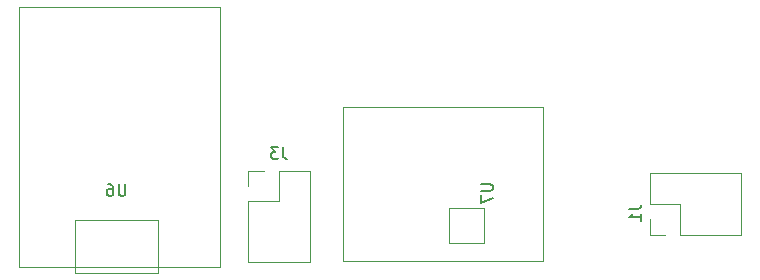
<source format=gbo>
G04 #@! TF.GenerationSoftware,KiCad,Pcbnew,5.1.6-c6e7f7d~86~ubuntu19.10.1*
G04 #@! TF.CreationDate,2020-10-06T14:20:37+02:00*
G04 #@! TF.ProjectId,logair_diy,6c6f6761-6972-45f6-9469-792e6b696361,rev?*
G04 #@! TF.SameCoordinates,Original*
G04 #@! TF.FileFunction,Legend,Bot*
G04 #@! TF.FilePolarity,Positive*
%FSLAX46Y46*%
G04 Gerber Fmt 4.6, Leading zero omitted, Abs format (unit mm)*
G04 Created by KiCad (PCBNEW 5.1.6-c6e7f7d~86~ubuntu19.10.1) date 2020-10-06 14:20:37*
%MOMM*%
%LPD*%
G01*
G04 APERTURE LIST*
%ADD10C,0.120000*%
%ADD11C,0.150000*%
G04 APERTURE END LIST*
D10*
G04 #@! TO.C,U6*
X117250000Y-120700000D02*
X110260000Y-120700000D01*
X117250000Y-116250000D02*
X117250000Y-120700000D01*
X110250000Y-116250000D02*
X110240000Y-120700000D01*
X117250000Y-116250000D02*
X110250000Y-116250000D01*
X122500000Y-98250000D02*
X122500000Y-120250000D01*
X105500000Y-98250000D02*
X122500000Y-98250000D01*
X105500000Y-120250000D02*
X105500000Y-98250000D01*
X122500000Y-120250000D02*
X105500000Y-120250000D01*
G04 #@! TO.C,J3*
X126250000Y-112070000D02*
X124920000Y-112070000D01*
X124920000Y-112070000D02*
X124920000Y-113400000D01*
X127520000Y-112070000D02*
X127520000Y-114670000D01*
X127520000Y-114670000D02*
X124920000Y-114670000D01*
X124920000Y-114670000D02*
X124920000Y-119810000D01*
X130120000Y-119810000D02*
X124920000Y-119810000D01*
X130120000Y-112070000D02*
X130120000Y-119810000D01*
X130120000Y-112070000D02*
X127520000Y-112070000D01*
G04 #@! TO.C,U7*
X132910000Y-106710000D02*
X149910000Y-106710000D01*
X132910000Y-119710000D02*
X132910000Y-106710000D01*
X149910000Y-119710000D02*
X132910000Y-119710000D01*
X149910000Y-106710000D02*
X149910000Y-119710000D01*
X142160000Y-115210000D02*
X144910000Y-115210000D01*
X144910000Y-115210000D02*
X144910000Y-118210000D01*
X144910000Y-118210000D02*
X141910000Y-118210000D01*
X141910000Y-118210000D02*
X141910000Y-115210000D01*
X141910000Y-115210000D02*
X142160000Y-115210000D01*
G04 #@! TO.C,J1*
X158920000Y-112280000D02*
X158920000Y-114880000D01*
X158920000Y-112280000D02*
X166660000Y-112280000D01*
X166660000Y-112280000D02*
X166660000Y-117480000D01*
X161520000Y-117480000D02*
X166660000Y-117480000D01*
X161520000Y-114880000D02*
X161520000Y-117480000D01*
X158920000Y-114880000D02*
X161520000Y-114880000D01*
X158920000Y-117480000D02*
X160250000Y-117480000D01*
X158920000Y-116150000D02*
X158920000Y-117480000D01*
G04 #@! TO.C,U6*
D11*
X114511904Y-113202380D02*
X114511904Y-114011904D01*
X114464285Y-114107142D01*
X114416666Y-114154761D01*
X114321428Y-114202380D01*
X114130952Y-114202380D01*
X114035714Y-114154761D01*
X113988095Y-114107142D01*
X113940476Y-114011904D01*
X113940476Y-113202380D01*
X113035714Y-113202380D02*
X113226190Y-113202380D01*
X113321428Y-113250000D01*
X113369047Y-113297619D01*
X113464285Y-113440476D01*
X113511904Y-113630952D01*
X113511904Y-114011904D01*
X113464285Y-114107142D01*
X113416666Y-114154761D01*
X113321428Y-114202380D01*
X113130952Y-114202380D01*
X113035714Y-114154761D01*
X112988095Y-114107142D01*
X112940476Y-114011904D01*
X112940476Y-113773809D01*
X112988095Y-113678571D01*
X113035714Y-113630952D01*
X113130952Y-113583333D01*
X113321428Y-113583333D01*
X113416666Y-113630952D01*
X113464285Y-113678571D01*
X113511904Y-113773809D01*
G04 #@! TO.C,J3*
X127853333Y-110082380D02*
X127853333Y-110796666D01*
X127900952Y-110939523D01*
X127996190Y-111034761D01*
X128139047Y-111082380D01*
X128234285Y-111082380D01*
X127472380Y-110082380D02*
X126853333Y-110082380D01*
X127186666Y-110463333D01*
X127043809Y-110463333D01*
X126948571Y-110510952D01*
X126900952Y-110558571D01*
X126853333Y-110653809D01*
X126853333Y-110891904D01*
X126900952Y-110987142D01*
X126948571Y-111034761D01*
X127043809Y-111082380D01*
X127329523Y-111082380D01*
X127424761Y-111034761D01*
X127472380Y-110987142D01*
G04 #@! TO.C,U7*
X144612380Y-113198095D02*
X145421904Y-113198095D01*
X145517142Y-113245714D01*
X145564761Y-113293333D01*
X145612380Y-113388571D01*
X145612380Y-113579047D01*
X145564761Y-113674285D01*
X145517142Y-113721904D01*
X145421904Y-113769523D01*
X144612380Y-113769523D01*
X144612380Y-114150476D02*
X144612380Y-114817142D01*
X145612380Y-114388571D01*
G04 #@! TO.C,J1*
X157202380Y-115316666D02*
X157916666Y-115316666D01*
X158059523Y-115269047D01*
X158154761Y-115173809D01*
X158202380Y-115030952D01*
X158202380Y-114935714D01*
X158202380Y-116316666D02*
X158202380Y-115745238D01*
X158202380Y-116030952D02*
X157202380Y-116030952D01*
X157345238Y-115935714D01*
X157440476Y-115840476D01*
X157488095Y-115745238D01*
G04 #@! TD*
M02*

</source>
